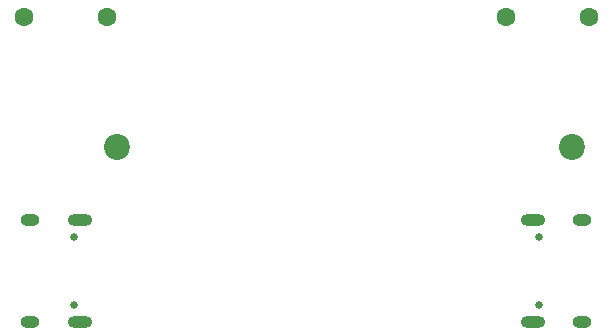
<source format=gbr>
%TF.GenerationSoftware,KiCad,Pcbnew,9.0.6*%
%TF.CreationDate,2025-12-29T19:08:17-05:00*%
%TF.ProjectId,rp2350-dual-usb,72703233-3530-42d6-9475-616c2d757362,rev?*%
%TF.SameCoordinates,Original*%
%TF.FileFunction,Soldermask,Bot*%
%TF.FilePolarity,Negative*%
%FSLAX46Y46*%
G04 Gerber Fmt 4.6, Leading zero omitted, Abs format (unit mm)*
G04 Created by KiCad (PCBNEW 9.0.6) date 2025-12-29 19:08:17*
%MOMM*%
%LPD*%
G01*
G04 APERTURE LIST*
%ADD10C,0.650000*%
%ADD11O,2.100000X1.000000*%
%ADD12O,1.600000X1.000000*%
%ADD13C,2.200000*%
%ADD14C,1.600000*%
G04 APERTURE END LIST*
D10*
%TO.C,J2*%
X105790000Y-123610000D03*
X105790000Y-129390000D03*
D11*
X106320000Y-122180000D03*
D12*
X102140000Y-122180000D03*
D11*
X106320000Y-130820000D03*
D12*
X102140000Y-130820000D03*
%TD*%
D13*
%TO.C,H1*%
X148000000Y-116000000D03*
%TD*%
D10*
%TO.C,J3*%
X145210000Y-129390000D03*
X145210000Y-123610000D03*
D11*
X144680000Y-130820000D03*
D12*
X148860000Y-130820000D03*
D11*
X144680000Y-122180000D03*
D12*
X148860000Y-122180000D03*
%TD*%
D14*
%TO.C,J5*%
X149400000Y-105000000D03*
X142400000Y-105000000D03*
%TD*%
D13*
%TO.C,H2*%
X109500000Y-116000000D03*
%TD*%
D14*
%TO.C,J4*%
X101600000Y-105000000D03*
X108600000Y-105000000D03*
%TD*%
M02*

</source>
